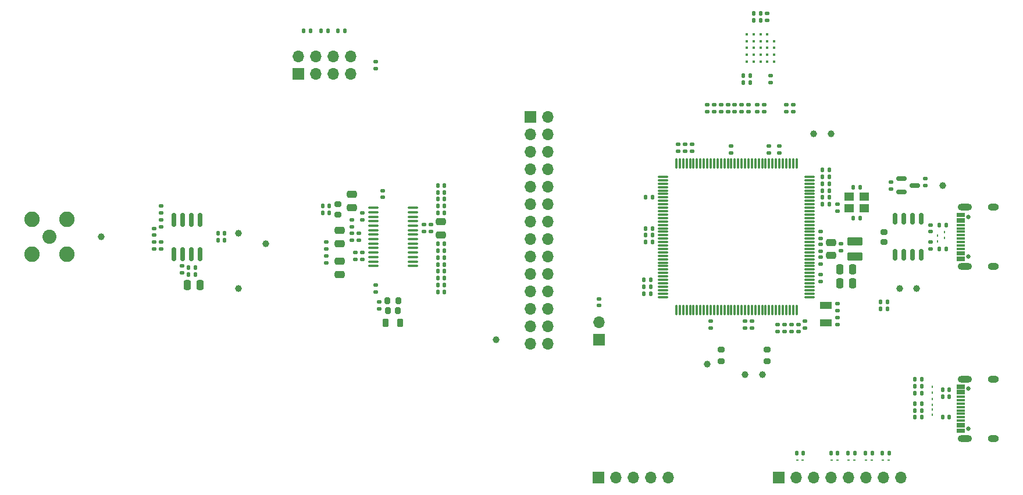
<source format=gts>
G04 #@! TF.GenerationSoftware,KiCad,Pcbnew,8.0.9-8.0.9-0~ubuntu22.04.1*
G04 #@! TF.CreationDate,2025-02-26T12:05:10+08:00*
G04 #@! TF.ProjectId,dcmiad32h7,64636d69-6164-4333-9268-372e6b696361,rev?*
G04 #@! TF.SameCoordinates,Original*
G04 #@! TF.FileFunction,Soldermask,Top*
G04 #@! TF.FilePolarity,Negative*
%FSLAX46Y46*%
G04 Gerber Fmt 4.6, Leading zero omitted, Abs format (unit mm)*
G04 Created by KiCad (PCBNEW 8.0.9-8.0.9-0~ubuntu22.04.1) date 2025-02-26 12:05:10*
%MOMM*%
%LPD*%
G01*
G04 APERTURE LIST*
G04 Aperture macros list*
%AMRoundRect*
0 Rectangle with rounded corners*
0 $1 Rounding radius*
0 $2 $3 $4 $5 $6 $7 $8 $9 X,Y pos of 4 corners*
0 Add a 4 corners polygon primitive as box body*
4,1,4,$2,$3,$4,$5,$6,$7,$8,$9,$2,$3,0*
0 Add four circle primitives for the rounded corners*
1,1,$1+$1,$2,$3*
1,1,$1+$1,$4,$5*
1,1,$1+$1,$6,$7*
1,1,$1+$1,$8,$9*
0 Add four rect primitives between the rounded corners*
20,1,$1+$1,$2,$3,$4,$5,0*
20,1,$1+$1,$4,$5,$6,$7,0*
20,1,$1+$1,$6,$7,$8,$9,0*
20,1,$1+$1,$8,$9,$2,$3,0*%
G04 Aperture macros list end*
%ADD10C,1.000000*%
%ADD11RoundRect,0.145000X-0.165000X0.145000X-0.165000X-0.145000X0.165000X-0.145000X0.165000X0.145000X0*%
%ADD12RoundRect,0.145000X-0.145000X-0.165000X0.145000X-0.165000X0.145000X0.165000X-0.145000X0.165000X0*%
%ADD13RoundRect,0.200000X-0.200000X-0.275000X0.200000X-0.275000X0.200000X0.275000X-0.200000X0.275000X0*%
%ADD14RoundRect,0.145000X0.165000X-0.145000X0.165000X0.145000X-0.165000X0.145000X-0.165000X-0.145000X0*%
%ADD15RoundRect,0.145000X0.145000X0.165000X-0.145000X0.165000X-0.145000X-0.165000X0.145000X-0.165000X0*%
%ADD16RoundRect,0.250000X-0.475000X0.250000X-0.475000X-0.250000X0.475000X-0.250000X0.475000X0.250000X0*%
%ADD17RoundRect,0.250000X0.250000X0.475000X-0.250000X0.475000X-0.250000X-0.475000X0.250000X-0.475000X0*%
%ADD18C,0.400000*%
%ADD19RoundRect,0.150000X-0.587500X-0.150000X0.587500X-0.150000X0.587500X0.150000X-0.587500X0.150000X0*%
%ADD20RoundRect,0.150000X-0.150000X0.675000X-0.150000X-0.675000X0.150000X-0.675000X0.150000X0.675000X0*%
%ADD21RoundRect,0.200000X0.200000X0.275000X-0.200000X0.275000X-0.200000X-0.275000X0.200000X-0.275000X0*%
%ADD22R,1.700000X1.700000*%
%ADD23O,1.700000X1.700000*%
%ADD24C,0.650000*%
%ADD25R,1.150000X0.300000*%
%ADD26O,2.100000X1.000000*%
%ADD27O,1.600000X1.000000*%
%ADD28R,1.400000X1.200000*%
%ADD29RoundRect,0.200000X-0.275000X0.200000X-0.275000X-0.200000X0.275000X-0.200000X0.275000X0.200000X0*%
%ADD30RoundRect,0.062500X-0.117500X-0.062500X0.117500X-0.062500X0.117500X0.062500X-0.117500X0.062500X0*%
%ADD31RoundRect,0.062500X0.062500X-0.117500X0.062500X0.117500X-0.062500X0.117500X-0.062500X-0.117500X0*%
%ADD32RoundRect,0.075000X0.662500X0.075000X-0.662500X0.075000X-0.662500X-0.075000X0.662500X-0.075000X0*%
%ADD33RoundRect,0.075000X0.075000X0.662500X-0.075000X0.662500X-0.075000X-0.662500X0.075000X-0.662500X0*%
%ADD34RoundRect,0.250000X0.475000X-0.250000X0.475000X0.250000X-0.475000X0.250000X-0.475000X-0.250000X0*%
%ADD35RoundRect,0.100000X-0.637500X-0.100000X0.637500X-0.100000X0.637500X0.100000X-0.637500X0.100000X0*%
%ADD36RoundRect,0.250000X0.850000X-0.375000X0.850000X0.375000X-0.850000X0.375000X-0.850000X-0.375000X0*%
%ADD37RoundRect,0.218750X-0.218750X-0.381250X0.218750X-0.381250X0.218750X0.381250X-0.218750X0.381250X0*%
%ADD38R,1.800000X1.000000*%
%ADD39RoundRect,0.150000X0.150000X-0.825000X0.150000X0.825000X-0.150000X0.825000X-0.150000X-0.825000X0*%
%ADD40RoundRect,0.062500X-0.062500X0.117500X-0.062500X-0.117500X0.062500X-0.117500X0.062500X0.117500X0*%
%ADD41RoundRect,0.200000X0.275000X-0.200000X0.275000X0.200000X-0.275000X0.200000X-0.275000X-0.200000X0*%
%ADD42C,2.050000*%
%ADD43C,2.250000*%
G04 APERTURE END LIST*
D10*
X87500000Y-107500000D03*
D11*
X140000000Y-109000000D03*
X140000000Y-110000000D03*
D12*
X162500000Y-67500000D03*
X163500000Y-67500000D03*
D11*
X172250000Y-101100000D03*
X172250000Y-102100000D03*
D13*
X109275000Y-110750000D03*
X110725000Y-110750000D03*
D14*
X182500000Y-93000000D03*
X182500000Y-92000000D03*
X159250000Y-87750000D03*
X159250000Y-86750000D03*
D11*
X174750000Y-109750000D03*
X174750000Y-110750000D03*
D15*
X147750000Y-98750000D03*
X146750000Y-98750000D03*
D14*
X105500000Y-97500000D03*
X105500000Y-96500000D03*
D11*
X164000000Y-80750000D03*
X164000000Y-81750000D03*
D15*
X190500000Y-101750000D03*
X189500000Y-101750000D03*
D16*
X173750000Y-100800000D03*
X173750000Y-102700000D03*
D17*
X176950000Y-104750000D03*
X175050000Y-104750000D03*
D15*
X147750000Y-99750000D03*
X146750000Y-99750000D03*
D10*
X173750000Y-85000000D03*
D12*
X116500000Y-102000000D03*
X117500000Y-102000000D03*
D11*
X115500000Y-98200000D03*
X115500000Y-99200000D03*
D18*
X165500000Y-71500000D03*
X165500000Y-72500000D03*
X165500000Y-73500000D03*
X165500000Y-74500000D03*
X164500000Y-70500000D03*
X164500000Y-71500000D03*
X164500000Y-72500000D03*
X164500000Y-73500000D03*
X164500000Y-74500000D03*
X163500000Y-70500000D03*
X163500000Y-71500000D03*
X163500000Y-72500000D03*
X163500000Y-73500000D03*
X163500000Y-74500000D03*
X162500000Y-70500000D03*
X162500000Y-71500000D03*
X162500000Y-72500000D03*
X162500000Y-73500000D03*
X162500000Y-74500000D03*
X161500000Y-70500000D03*
X161500000Y-71500000D03*
X161500000Y-72500000D03*
X161500000Y-73500000D03*
X161500000Y-74500000D03*
D15*
X173500000Y-94250000D03*
X172500000Y-94250000D03*
D12*
X161000000Y-77500000D03*
X162000000Y-77500000D03*
D11*
X175250000Y-101000000D03*
X175250000Y-102000000D03*
D19*
X184062500Y-91550000D03*
X184062500Y-93450000D03*
X185937500Y-92500000D03*
D15*
X191000000Y-122250000D03*
X190000000Y-122250000D03*
X177250000Y-131500000D03*
X176250000Y-131500000D03*
D16*
X102250000Y-99050000D03*
X102250000Y-100950000D03*
D11*
X161750000Y-80750000D03*
X161750000Y-81750000D03*
D14*
X108000000Y-110500000D03*
X108000000Y-109500000D03*
D12*
X172500000Y-91250000D03*
X173500000Y-91250000D03*
D15*
X147500000Y-107250000D03*
X146500000Y-107250000D03*
D11*
X172250000Y-105500000D03*
X172250000Y-106500000D03*
D14*
X152500000Y-87500000D03*
X152500000Y-86500000D03*
X187500000Y-92500000D03*
X187500000Y-91500000D03*
D20*
X186905000Y-97375000D03*
X185635000Y-97375000D03*
X184365000Y-97375000D03*
X183095000Y-97375000D03*
X183095000Y-102625000D03*
X184365000Y-102625000D03*
X185635000Y-102625000D03*
X186905000Y-102625000D03*
D10*
X91500000Y-101000000D03*
D12*
X116500000Y-106000000D03*
X117500000Y-106000000D03*
D10*
X125000000Y-115000000D03*
X183750000Y-107500000D03*
D15*
X187000000Y-124250000D03*
X186000000Y-124250000D03*
D14*
X76250000Y-98500000D03*
X76250000Y-97500000D03*
X166250000Y-87750000D03*
X166250000Y-86750000D03*
D12*
X177000000Y-97250000D03*
X178000000Y-97250000D03*
D14*
X108500000Y-94250000D03*
X108500000Y-93250000D03*
D21*
X110825000Y-109250000D03*
X109175000Y-109250000D03*
D15*
X81250000Y-104500000D03*
X80250000Y-104500000D03*
D22*
X96200000Y-76275000D03*
D23*
X96200000Y-73735000D03*
X98740000Y-76275000D03*
X98740000Y-73735000D03*
X101280000Y-76275000D03*
X101280000Y-73735000D03*
X103820000Y-76275000D03*
X103820000Y-73735000D03*
D11*
X156250000Y-112250000D03*
X156250000Y-113250000D03*
D10*
X161250000Y-120000000D03*
D24*
X193720000Y-102890000D03*
X193720000Y-97110000D03*
D25*
X192655000Y-103350000D03*
X192655000Y-102550000D03*
X192655001Y-101250000D03*
X192655000Y-100250000D03*
X192655000Y-99750000D03*
X192655001Y-98750000D03*
X192655000Y-97450000D03*
X192655000Y-96650000D03*
X192655000Y-96950000D03*
X192655000Y-97750000D03*
X192655000Y-98250000D03*
X192655000Y-99250000D03*
X192655000Y-100750000D03*
X192655000Y-101750000D03*
X192655000Y-102250000D03*
X192655000Y-103050000D03*
D26*
X193220000Y-104320000D03*
D27*
X197400000Y-104320000D03*
D26*
X193220000Y-95680000D03*
D27*
X197400000Y-95680000D03*
D12*
X161000000Y-76500000D03*
X162000000Y-76500000D03*
D10*
X87500000Y-99500000D03*
D11*
X168000000Y-112750000D03*
X168000000Y-113750000D03*
D12*
X116500000Y-95500000D03*
X117500000Y-95500000D03*
X84500000Y-99500000D03*
X85500000Y-99500000D03*
X186000000Y-120750000D03*
X187000000Y-120750000D03*
D15*
X182000000Y-110500000D03*
X181000000Y-110500000D03*
D10*
X186250000Y-107500000D03*
D15*
X147500000Y-108250000D03*
X146500000Y-108250000D03*
D17*
X81950000Y-107000000D03*
X80050000Y-107000000D03*
D11*
X172250000Y-102950000D03*
X172250000Y-103950000D03*
X104000000Y-99500000D03*
X104000000Y-100500000D03*
D12*
X116500000Y-94500000D03*
X117500000Y-94500000D03*
X116500000Y-93500000D03*
X117500000Y-93500000D03*
D28*
X176400000Y-95850000D03*
X178600000Y-95850000D03*
X178600000Y-94150000D03*
X176400000Y-94150000D03*
D14*
X188250000Y-99250000D03*
X188250000Y-98250000D03*
D29*
X164500000Y-116425000D03*
X164500000Y-118075000D03*
D30*
X169670000Y-132500000D03*
X168830000Y-132500000D03*
D11*
X157750000Y-80750000D03*
X157750000Y-81750000D03*
D15*
X100500000Y-70000000D03*
X99500000Y-70000000D03*
D14*
X153500000Y-87500000D03*
X153500000Y-86500000D03*
X104500000Y-103250000D03*
X104500000Y-102250000D03*
D22*
X140000000Y-115000000D03*
D23*
X140000000Y-112460000D03*
D15*
X187000000Y-125250000D03*
X186000000Y-125250000D03*
D31*
X188500000Y-121830000D03*
X188500000Y-122670000D03*
D12*
X172500000Y-92250000D03*
X173500000Y-92250000D03*
X172500000Y-90250000D03*
X173500000Y-90250000D03*
D29*
X157750000Y-116425000D03*
X157750000Y-118075000D03*
D32*
X170662500Y-108750000D03*
X170662500Y-108250000D03*
X170662500Y-107750000D03*
X170662500Y-107250000D03*
X170662500Y-106750000D03*
X170662500Y-106250000D03*
X170662500Y-105750000D03*
X170662500Y-105250000D03*
X170662500Y-104750000D03*
X170662500Y-104250000D03*
X170662500Y-103750000D03*
X170662500Y-103250000D03*
X170662500Y-102750000D03*
X170662500Y-102250000D03*
X170662500Y-101750000D03*
X170662500Y-101250000D03*
X170662500Y-100750000D03*
X170662500Y-100250000D03*
X170662500Y-99750000D03*
X170662500Y-99250000D03*
X170662500Y-98750000D03*
X170662500Y-98250000D03*
X170662500Y-97750000D03*
X170662500Y-97250000D03*
X170662500Y-96750000D03*
X170662500Y-96250000D03*
X170662500Y-95750000D03*
X170662500Y-95250000D03*
X170662500Y-94750000D03*
X170662500Y-94250000D03*
X170662500Y-93750000D03*
X170662500Y-93250000D03*
X170662500Y-92750000D03*
X170662500Y-92250000D03*
X170662500Y-91750000D03*
X170662500Y-91250000D03*
D33*
X168750000Y-89337500D03*
X168250000Y-89337500D03*
X167750000Y-89337500D03*
X167250000Y-89337500D03*
X166750000Y-89337500D03*
X166250000Y-89337500D03*
X165750000Y-89337500D03*
X165250000Y-89337500D03*
X164750000Y-89337500D03*
X164250000Y-89337500D03*
X163750000Y-89337500D03*
X163250000Y-89337500D03*
X162750000Y-89337500D03*
X162250000Y-89337500D03*
X161750000Y-89337500D03*
X161250000Y-89337500D03*
X160750000Y-89337500D03*
X160250000Y-89337500D03*
X159750000Y-89337500D03*
X159250000Y-89337500D03*
X158750000Y-89337500D03*
X158250000Y-89337500D03*
X157750000Y-89337500D03*
X157250000Y-89337500D03*
X156750000Y-89337500D03*
X156250000Y-89337500D03*
X155750000Y-89337500D03*
X155250000Y-89337500D03*
X154750000Y-89337500D03*
X154250000Y-89337500D03*
X153750000Y-89337500D03*
X153250000Y-89337500D03*
X152750000Y-89337500D03*
X152250000Y-89337500D03*
X151750000Y-89337500D03*
X151250000Y-89337500D03*
D32*
X149337500Y-91250000D03*
X149337500Y-91750000D03*
X149337500Y-92250000D03*
X149337500Y-92750000D03*
X149337500Y-93250000D03*
X149337500Y-93750000D03*
X149337500Y-94250000D03*
X149337500Y-94750000D03*
X149337500Y-95250000D03*
X149337500Y-95750000D03*
X149337500Y-96250000D03*
X149337500Y-96750000D03*
X149337500Y-97250000D03*
X149337500Y-97750000D03*
X149337500Y-98250000D03*
X149337500Y-98750000D03*
X149337500Y-99250000D03*
X149337500Y-99750000D03*
X149337500Y-100250000D03*
X149337500Y-100750000D03*
X149337500Y-101250000D03*
X149337500Y-101750000D03*
X149337500Y-102250000D03*
X149337500Y-102750000D03*
X149337500Y-103250000D03*
X149337500Y-103750000D03*
X149337500Y-104250000D03*
X149337500Y-104750000D03*
X149337500Y-105250000D03*
X149337500Y-105750000D03*
X149337500Y-106250000D03*
X149337500Y-106750000D03*
X149337500Y-107250000D03*
X149337500Y-107750000D03*
X149337500Y-108250000D03*
X149337500Y-108750000D03*
D33*
X151250000Y-110662500D03*
X151750000Y-110662500D03*
X152250000Y-110662500D03*
X152750000Y-110662500D03*
X153250000Y-110662500D03*
X153750000Y-110662500D03*
X154250000Y-110662500D03*
X154750000Y-110662500D03*
X155250000Y-110662500D03*
X155750000Y-110662500D03*
X156250000Y-110662500D03*
X156750000Y-110662500D03*
X157250000Y-110662500D03*
X157750000Y-110662500D03*
X158250000Y-110662500D03*
X158750000Y-110662500D03*
X159250000Y-110662500D03*
X159750000Y-110662500D03*
X160250000Y-110662500D03*
X160750000Y-110662500D03*
X161250000Y-110662500D03*
X161750000Y-110662500D03*
X162250000Y-110662500D03*
X162750000Y-110662500D03*
X163250000Y-110662500D03*
X163750000Y-110662500D03*
X164250000Y-110662500D03*
X164750000Y-110662500D03*
X165250000Y-110662500D03*
X165750000Y-110662500D03*
X166250000Y-110662500D03*
X166750000Y-110662500D03*
X167250000Y-110662500D03*
X167750000Y-110662500D03*
X168250000Y-110662500D03*
X168750000Y-110662500D03*
D14*
X167000000Y-113750000D03*
X167000000Y-112750000D03*
D11*
X156750000Y-80750000D03*
X156750000Y-81750000D03*
D15*
X191000000Y-123250000D03*
X190000000Y-123250000D03*
D17*
X176950000Y-106750000D03*
X175050000Y-106750000D03*
D15*
X100750000Y-95500000D03*
X99750000Y-95500000D03*
D14*
X164750000Y-87750000D03*
X164750000Y-86750000D03*
D11*
X159750000Y-80750000D03*
X159750000Y-81750000D03*
D10*
X163750000Y-120000000D03*
D12*
X162500000Y-68500000D03*
X163500000Y-68500000D03*
D11*
X162250000Y-112250000D03*
X162250000Y-113250000D03*
X169000000Y-112750000D03*
X169000000Y-113750000D03*
D34*
X104000000Y-95700000D03*
X104000000Y-93800000D03*
D35*
X107137500Y-95775000D03*
X107137500Y-96425000D03*
X107137500Y-97075000D03*
X107137500Y-97725000D03*
X107137500Y-98375000D03*
X107137500Y-99025000D03*
X107137500Y-99675000D03*
X107137500Y-100325000D03*
X107137500Y-100975000D03*
X107137500Y-101625000D03*
X107137500Y-102275000D03*
X107137500Y-102925000D03*
X107137500Y-103575000D03*
X107137500Y-104225000D03*
X112862500Y-104225000D03*
X112862500Y-103575000D03*
X112862500Y-102925000D03*
X112862500Y-102275000D03*
X112862500Y-101625000D03*
X112862500Y-100975000D03*
X112862500Y-100325000D03*
X112862500Y-99675000D03*
X112862500Y-99025000D03*
X112862500Y-98375000D03*
X112862500Y-97725000D03*
X112862500Y-97075000D03*
X112862500Y-96425000D03*
X112862500Y-95775000D03*
D15*
X147750000Y-100750000D03*
X146750000Y-100750000D03*
D14*
X167250000Y-81750000D03*
X167250000Y-80750000D03*
X174750000Y-112750000D03*
X174750000Y-111750000D03*
D11*
X114500000Y-98200000D03*
X114500000Y-99200000D03*
D12*
X116500000Y-101000000D03*
X117500000Y-101000000D03*
X172500000Y-93250000D03*
X173500000Y-93250000D03*
X116500000Y-96500000D03*
X117500000Y-96500000D03*
D11*
X165000000Y-76500000D03*
X165000000Y-77500000D03*
D14*
X151500000Y-87500000D03*
X151500000Y-86500000D03*
D15*
X174750000Y-131500000D03*
X173750000Y-131500000D03*
D30*
X174670000Y-132500000D03*
X173830000Y-132500000D03*
D12*
X116500000Y-107000000D03*
X117500000Y-107000000D03*
D15*
X103000000Y-70000000D03*
X102000000Y-70000000D03*
D36*
X177250000Y-102825000D03*
X177250000Y-100675000D03*
D30*
X177170000Y-132500000D03*
X176330000Y-132500000D03*
D11*
X163000000Y-80750000D03*
X163000000Y-81750000D03*
D30*
X182170000Y-132500000D03*
X181330000Y-132500000D03*
D15*
X98000000Y-70000000D03*
X97000000Y-70000000D03*
D24*
X193720000Y-127890000D03*
X193720000Y-122110000D03*
D25*
X192655000Y-128350000D03*
X192655000Y-127550000D03*
X192655001Y-126250000D03*
X192655000Y-125250000D03*
X192655000Y-124750000D03*
X192655001Y-123750000D03*
X192655000Y-122450000D03*
X192655000Y-121650000D03*
X192655000Y-121950000D03*
X192655000Y-122750000D03*
X192655000Y-123250000D03*
X192655000Y-124250000D03*
X192655000Y-125750000D03*
X192655000Y-126750000D03*
X192655000Y-127250000D03*
X192655000Y-128050000D03*
D26*
X193220000Y-129320000D03*
D27*
X197400000Y-129320000D03*
D26*
X193220000Y-120680000D03*
D27*
X197400000Y-120680000D03*
D11*
X161250000Y-112250000D03*
X161250000Y-113250000D03*
D10*
X190000000Y-92500000D03*
D11*
X104000000Y-97500000D03*
X104000000Y-98500000D03*
D14*
X100250000Y-101750000D03*
X100250000Y-100750000D03*
D15*
X179750000Y-131500000D03*
X178750000Y-131500000D03*
D12*
X116500000Y-92500000D03*
X117500000Y-92500000D03*
D11*
X75250000Y-98750000D03*
X75250000Y-99750000D03*
D37*
X108937500Y-112500000D03*
X111062500Y-112500000D03*
D15*
X191000000Y-126250000D03*
X190000000Y-126250000D03*
X81250000Y-105500000D03*
X80250000Y-105500000D03*
X169750000Y-131500000D03*
X168750000Y-131500000D03*
D38*
X173000000Y-110000001D03*
X173000000Y-112499999D03*
D11*
X158750000Y-80750000D03*
X158750000Y-81750000D03*
X107500000Y-107000000D03*
X107500000Y-108000000D03*
D15*
X182000000Y-109500000D03*
X181000000Y-109500000D03*
X187000000Y-121750000D03*
X186000000Y-121750000D03*
D39*
X78095000Y-102475000D03*
X79365000Y-102475000D03*
X80635000Y-102475000D03*
X81905000Y-102475000D03*
X81905000Y-97525000D03*
X80635000Y-97525000D03*
X79365000Y-97525000D03*
X78095000Y-97525000D03*
D11*
X174750000Y-95250000D03*
X174750000Y-96250000D03*
D15*
X187000000Y-126250000D03*
X186000000Y-126250000D03*
D40*
X188500000Y-125920000D03*
X188500000Y-125080000D03*
D41*
X181500000Y-100725000D03*
X181500000Y-99275000D03*
D11*
X168250000Y-80750000D03*
X168250000Y-81750000D03*
X172250000Y-99250000D03*
X172250000Y-100250000D03*
D15*
X190500000Y-98250000D03*
X189500000Y-98250000D03*
D14*
X164500000Y-68500000D03*
X164500000Y-67500000D03*
D29*
X102000000Y-95275000D03*
X102000000Y-96725000D03*
D22*
X130000000Y-82500000D03*
D23*
X132540000Y-82500000D03*
X130000000Y-85040000D03*
X132540000Y-85040000D03*
X130000000Y-87580000D03*
X132540000Y-87580000D03*
X130000000Y-90120000D03*
X132540000Y-90120000D03*
X130000000Y-92660000D03*
X132540000Y-92660000D03*
X130000000Y-95200000D03*
X132540000Y-95200000D03*
X130000000Y-97740000D03*
X132540000Y-97740000D03*
X130000000Y-100280000D03*
X132540000Y-100280000D03*
X130000000Y-102820000D03*
X132540000Y-102820000D03*
X130000000Y-105360000D03*
X132540000Y-105360000D03*
X130000000Y-107900000D03*
X132540000Y-107900000D03*
X130000000Y-110440000D03*
X132540000Y-110440000D03*
X130000000Y-112980000D03*
X132540000Y-112980000D03*
X130000000Y-115520000D03*
X132540000Y-115520000D03*
D12*
X116500000Y-105000000D03*
X117500000Y-105000000D03*
D11*
X160750000Y-80750000D03*
X160750000Y-81750000D03*
D16*
X117000000Y-97800000D03*
X117000000Y-99700000D03*
D12*
X116500000Y-108000000D03*
X117500000Y-108000000D03*
D34*
X102250000Y-105450000D03*
X102250000Y-103550000D03*
D15*
X182250000Y-131500000D03*
X181250000Y-131500000D03*
D12*
X84500000Y-100500000D03*
X85500000Y-100500000D03*
D11*
X105000000Y-99500000D03*
X105000000Y-100500000D03*
D15*
X147750000Y-94250000D03*
X146750000Y-94250000D03*
D12*
X116500000Y-103000000D03*
X117500000Y-103000000D03*
D11*
X100250000Y-102750000D03*
X100250000Y-103750000D03*
D30*
X179670000Y-132500000D03*
X178830000Y-132500000D03*
D22*
X166125000Y-135000000D03*
D23*
X168665000Y-135000000D03*
X171205000Y-135000000D03*
X173745000Y-135000000D03*
X176285000Y-135000000D03*
X178825000Y-135000000D03*
X181365000Y-135000000D03*
X183905000Y-135000000D03*
D15*
X178000000Y-92750000D03*
X177000000Y-92750000D03*
D10*
X171250000Y-85000000D03*
D14*
X105500000Y-103250000D03*
X105500000Y-102250000D03*
D11*
X75250000Y-100750000D03*
X75250000Y-101750000D03*
X188250000Y-100750000D03*
X188250000Y-101750000D03*
D22*
X139925000Y-135000000D03*
D23*
X142465000Y-135000000D03*
X145005000Y-135000000D03*
X147545000Y-135000000D03*
X150085000Y-135000000D03*
D14*
X155750000Y-81750000D03*
X155750000Y-80750000D03*
X76250000Y-96500000D03*
X76250000Y-95500000D03*
D11*
X166000000Y-112750000D03*
X166000000Y-113750000D03*
D10*
X155750000Y-118500000D03*
D14*
X76250000Y-101750000D03*
X76250000Y-100750000D03*
D31*
X188500000Y-123580000D03*
X188500000Y-124420000D03*
D11*
X79250000Y-104250000D03*
X79250000Y-105250000D03*
D31*
X189250000Y-99830000D03*
X189250000Y-100670000D03*
D12*
X116500000Y-104000000D03*
X117500000Y-104000000D03*
D15*
X100750000Y-96500000D03*
X99750000Y-96500000D03*
D11*
X170000000Y-112250000D03*
X170000000Y-113250000D03*
D40*
X190250000Y-100170000D03*
X190250000Y-99330000D03*
D10*
X67500000Y-100000000D03*
D12*
X172500000Y-95250000D03*
X173500000Y-95250000D03*
D15*
X147500000Y-106250000D03*
X146500000Y-106250000D03*
D42*
X60000000Y-100000000D03*
D43*
X57460000Y-97460000D03*
X57460000Y-102540000D03*
X62540000Y-97460000D03*
X62540000Y-102540000D03*
D14*
X107500000Y-75500000D03*
X107500000Y-74500000D03*
D12*
X186000000Y-122750000D03*
X187000000Y-122750000D03*
M02*

</source>
